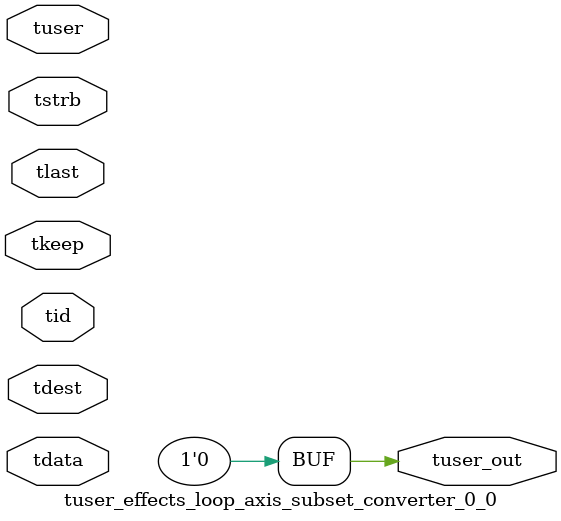
<source format=v>


`timescale 1ps/1ps

module tuser_effects_loop_axis_subset_converter_0_0 #
(
parameter C_S_AXIS_TUSER_WIDTH = 1,
parameter C_S_AXIS_TDATA_WIDTH = 32,
parameter C_S_AXIS_TID_WIDTH   = 0,
parameter C_S_AXIS_TDEST_WIDTH = 0,
parameter C_M_AXIS_TUSER_WIDTH = 1
)
(
input  [(C_S_AXIS_TUSER_WIDTH == 0 ? 1 : C_S_AXIS_TUSER_WIDTH)-1:0     ] tuser,
input  [(C_S_AXIS_TDATA_WIDTH == 0 ? 1 : C_S_AXIS_TDATA_WIDTH)-1:0     ] tdata,
input  [(C_S_AXIS_TID_WIDTH   == 0 ? 1 : C_S_AXIS_TID_WIDTH)-1:0       ] tid,
input  [(C_S_AXIS_TDEST_WIDTH == 0 ? 1 : C_S_AXIS_TDEST_WIDTH)-1:0     ] tdest,
input  [(C_S_AXIS_TDATA_WIDTH/8)-1:0 ] tkeep,
input  [(C_S_AXIS_TDATA_WIDTH/8)-1:0 ] tstrb,
input                                                                    tlast,
output [C_M_AXIS_TUSER_WIDTH-1:0] tuser_out
);

assign tuser_out = {1'b0};

endmodule


</source>
